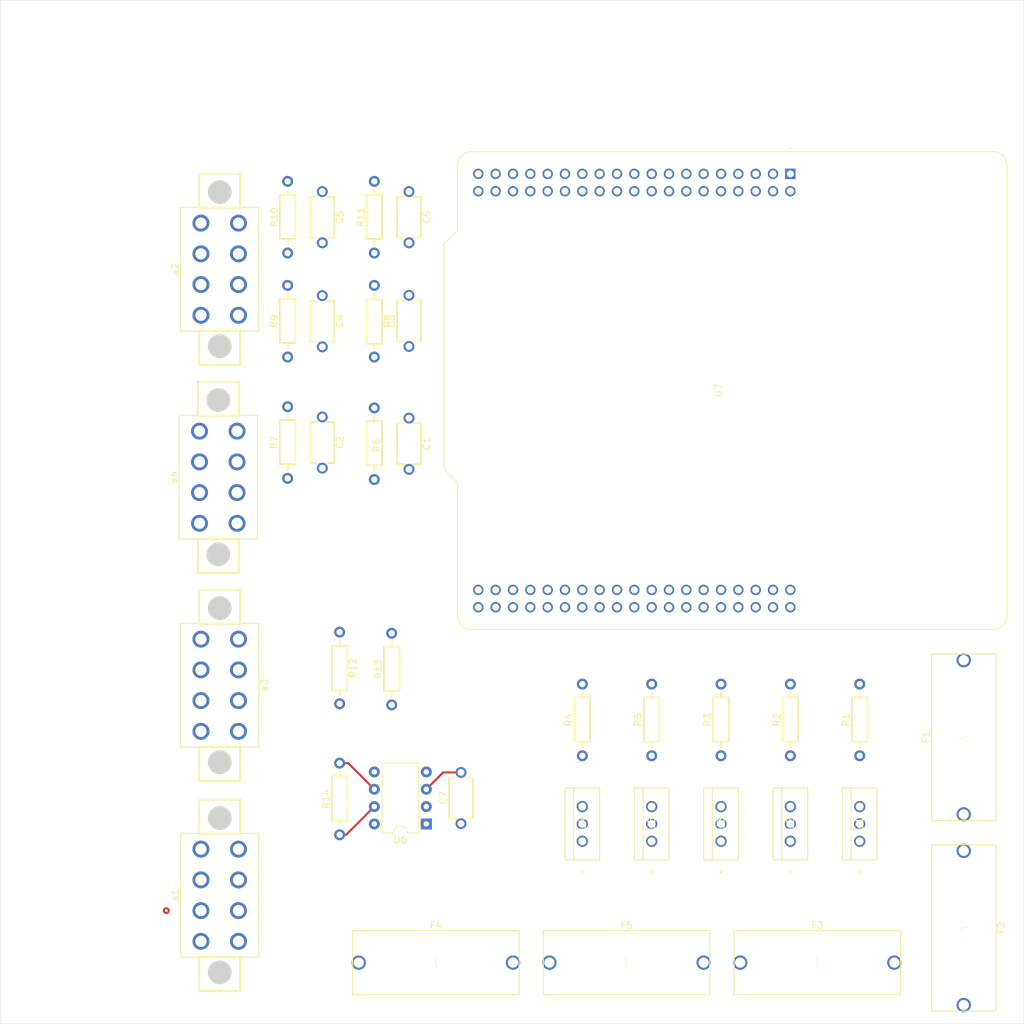
<source format=kicad_pcb>
(kicad_pcb (version 20240108) (generator "pcbnew") (generator_version "8.0")
  (layers (0 "F.Cu" signal "Front") (1 "In1.Cu" power "3V3") (2 "In2.Cu" power "GND") (31 "B.Cu" signal "Back") (34 "B.Paste" user) (35 "F.Paste" user) (36 "B.SilkS" user "B.Silkscreen") (37 "F.SilkS" user "F.Silkscreen") (38 "B.Mask" user) (39 "F.Mask" user) (44 "Edge.Cuts" user))
  (net 0 "")
  (net 1 "/BrakePedal")
  (net 2 "/GearSelector")
  (net 3 "/LSignalLightButton")
  (net 4 "/ThermalShutoff")
  (net 5 "/AccelIn")
  (net 6 "/UART_TX")
  (net 7 "/RSignalLightButton")
  (net 8 "GND")
  (net 9 "VCC")
  (net 10 "/Neutral")
  (net 11 "/HazardButton")
  (net 12 "/Reverse")
  (net 13 "/SupBattery")
  (net 14 "/Drive")
  (net 15 "/+3V3")
  (net 16 "/BrakeLightNeg")
  (net 17 "/LSignalLightNeg")
  (net 18 "/RSignalLightNeg")
  (net 19 "/DRLLeftNeg")
  (net 20 "/DRLRightNeg")
  (net 21 "Net-(U1-D)")
  (net 22 "Net-(U2-D)")
  (net 23 "Net-(U3-D)")
  (net 24 "Net-(U4-D)")
  (net 25 "Net-(U5-D)")
  (net 26 "/SupBattMonitor")
  (net 27 "/DIExtra2")
  (net 28 "/CAN_L")
  (net 29 "/CAN_H")
  (net 31 "/CAN_TX")
  (net 32 "/DIExtra1")
  (net 33 "/CAN_RX")
  (net 44 "/UART_RX")
  (net 56 "/DOExtra1")
  (net 82 "/CANTransceiver5V")
  (net 83 "/RSignalLightOut")
  (net 84 "Net-(U2-G)")
  (net 85 "/BrakeLightOut")
  (net 86 "Net-(U1-G)")
  (net 87 "/LSignalLightOut")
  (net 88 "Net-(U3-G)")
  (net 89 "/DRLRightOut")
  (net 90 "Net-(U4-G)")
  (net 91 "Net-(U5-G)")
  (net 92 "/DRLLeftOut")
  (net 99 "AccelPedal")
  (footprint "DriverControlsLib:TO220-3_ONS" (layer "F.Cu") (at 114.3 142.24 90)
    (property "Reference" "U4" (at 2.54 0 90) (layer "F.SilkS"))
    (property "Value" "~")
    (pad "1" thru_hole circle (at 0 0 90) (size 1.651 1.651) (drill 1.143) (layers "*.Cu" "*.Mask") (net 90 "Net-(U4-G)"))
    (pad "2" thru_hole circle (at 2.54 0 90) (size 1.651 1.651) (drill 1.143) (layers "*.Cu" "*.Mask") (net 24 "Net-(U4-D)"))
    (pad "3" thru_hole circle (at 5.08 0 90) (size 1.651 1.651) (drill 1.143) (layers "*.Cu" "*.Mask") (net 8 "GND"))
  )
  (footprint "DriverControlsLib:CAP-TH_L6.0-W3.5-P7.50-D1.0" (layer "F.Cu") (at 76.2 50.8 -90)
    (property "Reference" "C5" (at 0 -2.577 90) (layer "F.SilkS"))
    (property "Value" "C")
    (pad "1" thru_hole circle (at -3.75 0 270) (size 1.6 1.6) (drill 1) (layers "*.Cu" "*.Mask") (net 8 "GND"))
    (pad "2" thru_hole circle (at 3.75 0 270) (size 1.6 1.6) (drill 1) (layers "*.Cu" "*.Mask") (net 11 "/HazardButton"))
  )
  (footprint "DriverControlsLib:CAP-TH_L6.0-W3.5-P7.50-D1.0" (layer "F.Cu") (at 88.9 50.8 -90)
    (property "Reference" "C6" (at 0 -2.577 90) (layer "F.SilkS"))
    (property "Value" "C")
    (pad "1" thru_hole circle (at -3.75 0 270) (size 1.6 1.6) (drill 1) (layers "*.Cu" "*.Mask") (net 8 "GND"))
    (pad "2" thru_hole circle (at 3.75 0 270) (size 1.6 1.6) (drill 1) (layers "*.Cu" "*.Mask") (net 2 "/GearSelector"))
  )
  (footprint "DriverControlsLib:Molex 8 Pin Mini-fit TPA" (layer "F.Cu") (at 61.1695 119.38 -90)
    (property "Reference" "a3" (at 0 -6.50275 90) (layer "F.SilkS"))
    (property "Value" "~")
    (fp_poly (pts (xy -9.55 0) (xy -9.569546 -0.260824) (xy -9.627748 -0.515822) (xy -9.723304 -0.759297) (xy -9.854082 -0.98581) (xy -10.017159 -1.190302) (xy -10.208893 -1.368205) (xy -10.425 -1.515544) (xy -10.660653 -1.629029) (xy -10.910588 -1.706124) (xy -11.169222 -1.745107) (xy -11.430778 -1.745107) (xy -11.689412 -1.706124) (xy -11.939347 -1.629029) (xy -12.175 -1.515544) (xy -12.391107 -1.368205) (xy -12.582841 -1.190302) (xy -12.745918 -0.98581) (xy -12.876696 -0.759297) (xy -12.972252 -0.515822) (xy -13.030454 -0.260824) (xy -13.05 0) (xy -13.030454 0.260824) (xy -12.972252 0.515822) (xy -12.876696 0.759297) (xy -12.745918 0.98581) (xy -12.582841 1.190302) (xy -12.391107 1.368205) (xy -12.175 1.515544) (xy -11.939347 1.629029) (xy -11.689412 1.706124) (xy -11.430778 1.745107) (xy -11.169222 1.745107) (xy -10.910588 1.706124) (xy -10.660653 1.629029) (xy -10.425 1.515544) (xy -10.208893 1.368205) (xy -10.017159 1.190302) (xy -9.854082 0.98581) (xy -9.723304 0.759297) (xy -9.627748 0.515822) (xy -9.569546 0.260824)) (fill solid) (layer "Edge.Cuts"))
    (fp_poly (pts (xy 13.05 0) (xy 13.030454 -0.260824) (xy 12.972252 -0.515822) (xy 12.876696 -0.759297) (xy 12.745918 -0.98581) (xy 12.582841 -1.190302) (xy 12.391107 -1.368205) (xy 12.175 -1.515544) (xy 11.939347 -1.629029) (xy 11.689412 -1.706124) (xy 11.430778 -1.745107) (xy 11.169222 -1.745107) (xy 10.910588 -1.706124) (xy 10.660653 -1.629029) (xy 10.425 -1.515544) (xy 10.208893 -1.368205) (xy 10.017159 -1.190302) (xy 9.854082 -0.98581) (xy 9.723304 -0.759297) (xy 9.627748 -0.515822) (xy 9.569546 -0.260824) (xy 9.55 0) (xy 9.569546 0.260824) (xy 9.627748 0.515822) (xy 9.723304 0.759297) (xy 9.854082 0.98581) (xy 10.017159 1.190302) (xy 10.208893 1.368205) (xy 10.425 1.515544) (xy 10.660653 1.629029) (xy 10.910588 1.706124) (xy 11.169222 1.745107) (xy 11.430778 1.745107) (xy 11.689412 1.706124) (xy 11.939347 1.629029) (xy 12.175 1.515544) (xy 12.391107 1.368205) (xy 12.582841 1.190302) (xy 12.745918 0.98581) (xy 12.876696 0.759297) (xy 12.972252 0.515822) (xy 13.030454 0.260824)) (fill solid) (layer "Edge.Cuts"))
    (pad "1" thru_hole circle (at -6.7515 2.7495 270) (size 2.4755 2.4755) (drill 1.6505) (layers "*.Cu" "*.Mask") (net 14 "/Drive"))
    (pad "2" thru_hole circle (at -2.2505 2.7495 270) (size 2.4755 2.4755) (drill 1.6505) (layers "*.Cu" "*.Mask") (net 10 "/Neutral"))
    (pad "3" thru_hole circle (at 2.2505 2.7495 270) (size 2.4755 2.4755) (drill 1.6505) (layers "*.Cu" "*.Mask") (net 12 "/Reverse"))
    (pad "4" thru_hole circle (at 6.7515 2.7495 270) (size 2.4755 2.4755) (drill 1.6505) (layers "*.Cu" "*.Mask") (net 13 "/SupBattery"))
    (pad "5" thru_hole circle (at 6.7515 -2.7495 270) (size 2.4755 2.4755) (drill 1.6505) (layers "*.Cu" "*.Mask"))
    (pad "6" thru_hole circle (at 2.2505 -2.7495 270) (size 2.4755 2.4755) (drill 1.6505) (layers "*.Cu" "*.Mask"))
    (pad "7" thru_hole circle (at -2.2505 -2.7495 270) (size 2.4755 2.4755) (drill 1.6505) (layers "*.Cu" "*.Mask") (net 9 "VCC"))
    (pad "8" thru_hole circle (at -6.7515 -2.7495 270) (size 2.4755 2.4755) (drill 1.6505) (layers "*.Cu" "*.Mask") (net 8 "GND"))
  )
  (footprint "DriverControlsLib:Molex 8 Pin Mini-fit TPA" (layer "F.Cu") (at 61.1695 58.42 90)
    (property "Reference" "a2" (at 0 -6.50275 90) (layer "F.SilkS"))
    (property "Value" "~")
    (fp_poly (pts (xy 13.05 0) (xy 13.030454 -0.260824) (xy 12.972252 -0.515822) (xy 12.876696 -0.759297) (xy 12.745918 -0.98581) (xy 12.582841 -1.190302) (xy 12.391107 -1.368205) (xy 12.175 -1.515544) (xy 11.939347 -1.629029) (xy 11.689412 -1.706124) (xy 11.430778 -1.745107) (xy 11.169222 -1.745107) (xy 10.910588 -1.706124) (xy 10.660653 -1.629029) (xy 10.425 -1.515544) (xy 10.208893 -1.368205) (xy 10.017159 -1.190302) (xy 9.854082 -0.98581) (xy 9.723304 -0.759297) (xy 9.627748 -0.515822) (xy 9.569546 -0.260824) (xy 9.55 0) (xy 9.569546 0.260824) (xy 9.627748 0.515822) (xy 9.723304 0.759297) (xy 9.854082 0.98581) (xy 10.017159 1.190302) (xy 10.208893 1.368205) (xy 10.425 1.515544) (xy 10.660653 1.629029) (xy 10.910588 1.706124) (xy 11.169222 1.745107) (xy 11.430778 1.745107) (xy 11.689412 1.706124) (xy 11.939347 1.629029) (xy 12.175 1.515544) (xy 12.391107 1.368205) (xy 12.582841 1.190302) (xy 12.745918 0.98581) (xy 12.876696 0.759297) (xy 12.972252 0.515822) (xy 13.030454 0.260824)) (fill solid) (layer "Edge.Cuts"))
    (fp_poly (pts (xy -9.55 0) (xy -9.569546 -0.260824) (xy -9.627748 -0.515822) (xy -9.723304 -0.759297) (xy -9.854082 -0.98581) (xy -10.017159 -1.190302) (xy -10.208893 -1.368205) (xy -10.425 -1.515544) (xy -10.660653 -1.629029) (xy -10.910588 -1.706124) (xy -11.169222 -1.745107) (xy -11.430778 -1.745107) (xy -11.689412 -1.706124) (xy -11.939347 -1.629029) (xy -12.175 -1.515544) (xy -12.391107 -1.368205) (xy -12.582841 -1.190302) (xy -12.745918 -0.98581) (xy -12.876696 -0.759297) (xy -12.972252 -0.515822) (xy -13.030454 -0.260824) (xy -13.05 0) (xy -13.030454 0.260824) (xy -12.972252 0.515822) (xy -12.876696 0.759297) (xy -12.745918 0.98581) (xy -12.582841 1.190302) (xy -12.391107 1.368205) (xy -12.175 1.515544) (xy -11.939347 1.629029) (xy -11.689412 1.706124) (xy -11.430778 1.745107) (xy -11.169222 1.745107) (xy -10.910588 1.706124) (xy -10.660653 1.629029) (xy -10.425 1.515544) (xy -10.208893 1.368205) (xy -10.017159 1.190302) (xy -9.854082 0.98581) (xy -9.723304 0.759297) (xy -9.627748 0.515822) (xy -9.569546 0.260824)) (fill solid) (layer "Edge.Cuts"))
    (pad "1" thru_hole circle (at -6.7515 2.7495 90) (size 2.4755 2.4755) (drill 1.6505) (layers "*.Cu" "*.Mask") (net 7 "/RSignalLightButton"))
    (pad "2" thru_hole circle (at -2.2505 2.7495 90) (size 2.4755 2.4755) (drill 1.6505) (layers "*.Cu" "*.Mask") (net 3 "/LSignalLightButton"))
    (pad "3" thru_hole circle (at 2.2505 2.7495 90) (size 2.4755 2.4755) (drill 1.6505) (layers "*.Cu" "*.Mask") (net 99 "AccelPedal"))
    (pad "4" thru_hole circle (at 6.7515 2.7495 90) (size 2.4755 2.4755) (drill 1.6505) (layers "*.Cu" "*.Mask") (net 1 "/BrakePedal"))
    (pad "5" thru_hole circle (at 6.7515 -2.7495 90) (size 2.4755 2.4755) (drill 1.6505) (layers "*.Cu" "*.Mask") (net 2 "/GearSelector"))
    (pad "6" thru_hole circle (at 2.2505 -2.7495 90) (size 2.4755 2.4755) (drill 1.6505) (layers "*.Cu" "*.Mask") (net 11 "/HazardButton"))
    (pad "7" thru_hole circle (at -2.2505 -2.7495 90) (size 2.4755 2.4755) (drill 1.6505) (layers "*.Cu" "*.Mask"))
    (pad "8" thru_hole circle (at -6.7515 -2.7495 90) (size 2.4755 2.4755) (drill 1.6505) (layers "*.Cu" "*.Mask"))
  )
  (footprint "DriverControlsLib:CAP-TH_L6.0-W3.5-P7.50-D1.0" (layer "F.Cu") (at 88.9 83.99 -90)
    (property "Reference" "C1" (at 0 -2.577 90) (layer "F.SilkS"))
    (property "Value" "C")
    (pad "1" thru_hole circle (at -3.75 0 270) (size 1.6 1.6) (drill 1) (layers "*.Cu" "*.Mask") (net 8 "GND"))
    (pad "2" thru_hole circle (at 3.75 0 270) (size 1.6 1.6) (drill 1) (layers "*.Cu" "*.Mask") (net 7 "/RSignalLightButton"))
  )
  (footprint "DriverControlsLib:CAP-TH_L6.0-W3.5-P7.50-D1.0" (layer "F.Cu") (at 76.2 83.82 -90)
    (property "Reference" "C2" (at 0 -2.577 90) (layer "F.SilkS"))
    (property "Value" "C")
    (pad "1" thru_hole circle (at -3.75 0 270) (size 1.6 1.6) (drill 1) (layers "*.Cu" "*.Mask") (net 8 "GND"))
    (pad "2" thru_hole circle (at 3.75 0 270) (size 1.6 1.6) (drill 1) (layers "*.Cu" "*.Mask") (net 3 "/LSignalLightButton"))
  )
  (footprint "DriverControlsLib:CAP-TH_L6.0-W3.5-P7.50-D1.0" (layer "F.Cu") (at 76.2 66.04 -90)
    (property "Reference" "C4" (at 0 -2.577 90) (layer "F.SilkS"))
    (property "Value" "C")
    (pad "1" thru_hole circle (at -3.75 0 270) (size 1.6 1.6) (drill 1) (layers "*.Cu" "*.Mask") (net 8 "GND"))
    (pad "2" thru_hole circle (at 3.75 0 270) (size 1.6 1.6) (drill 1) (layers "*.Cu" "*.Mask") (net 1 "/BrakePedal"))
  )
  (footprint "DriverControlsLib:RES-TH_BD2.2-L6.5-P10.50-D0.6" (layer "F.Cu") (at 154.94 124.46 90)
    (property "Reference" "R1" (at 0 -1.97 90) (layer "F.SilkS"))
    (property "Value" "220Ω")
    (pad "1" thru_hole circle (at -5.25 0 90) (size 1.6 1.6) (drill 0.9145) (layers "*.Cu" "*.Mask") (net 86 "Net-(U1-G)"))
    (pad "2" thru_hole circle (at 5.25 0 90) (size 1.6 1.6) (drill 0.9145) (layers "*.Cu" "*.Mask") (net 85 "/BrakeLightOut"))
  )
  (footprint "DriverControlsLib:TO220-3_ONS" (layer "F.Cu") (at 144.78 142.24 90)
    (property "Reference" "U2" (at 2.54 0 90) (layer "F.SilkS"))
    (property "Value" "~")
    (pad "1" thru_hole circle (at 0 0 90) (size 1.651 1.651) (drill 1.143) (layers "*.Cu" "*.Mask") (net 84 "Net-(U2-G)"))
    (pad "2" thru_hole circle (at 2.54 0 90) (size 1.651 1.651) (drill 1.143) (layers "*.Cu" "*.Mask") (net 22 "Net-(U2-D)"))
    (pad "3" thru_hole circle (at 5.08 0 90) (size 1.651 1.651) (drill 1.143) (layers "*.Cu" "*.Mask") (net 8 "GND"))
  )
  (footprint "DriverControlsLib:RES-TH_BD2.2-L6.5-P10.50-D0.6" (layer "F.Cu") (at 71.12 83.82 90)
    (property "Reference" "R7" (at 0 -1.97 90) (layer "F.SilkS"))
    (property "Value" "10kΩ")
    (pad "1" thru_hole circle (at -5.25 0 90) (size 1.6 1.6) (drill 0.9145) (layers "*.Cu" "*.Mask") (net 3 "/LSignalLightButton"))
    (pad "2" thru_hole circle (at 5.25 0 90) (size 1.6 1.6) (drill 0.9145) (layers "*.Cu" "*.Mask") (net 15 "/+3V3"))
  )
  (footprint "DriverControlsLib:FUSE-TH_BD5.4-W22.5-P27.5-D0.8" (layer "F.Cu") (at 92.84 160.02)
    (property "Reference" "F4" (at 0 -5.47625 360) (layer "F.SilkS"))
    (property "Value" "~")
    (pad "1" thru_hole circle (at -11.3 0) (size 2.1 2.1) (drill 1.5) (layers "*.Cu" "*.Mask") (net 20 "/DRLRightNeg"))
    (pad "2" thru_hole circle (at 11.3 0 180) (size 2.1 2.1) (drill 1.5) (layers "*.Cu" "*.Mask") (net 24 "Net-(U4-D)"))
  )
  (footprint "DriverControlsLib:RES-TH_BD2.2-L6.5-P10.50-D0.6" (layer "F.Cu") (at 83.82 66.04 -90)
    (property "Reference" "R8" (at 0 -1.97 90) (layer "F.SilkS"))
    (property "Value" "10kΩ")
    (pad "1" thru_hole circle (at -5.25 0 270) (size 1.6 1.6) (drill 0.9145) (layers "*.Cu" "*.Mask") (net 5 "/AccelIn"))
    (pad "2" thru_hole circle (at 5.25 0 270) (size 1.6 1.6) (drill 0.9145) (layers "*.Cu" "*.Mask") (net 15 "/+3V3"))
  )
  (footprint "DriverControlsLib:FUSE-TH_BD5.4-W22.5-P27.5-D0.8" (layer "F.Cu") (at 170.18 127 90)
    (property "Reference" "F1" (at 0 -5.47625 90) (layer "F.SilkS"))
    (property "Value" "~")
    (pad "1" thru_hole circle (at -11.3 0 90) (size 2.1 2.1) (drill 1.5) (layers "*.Cu" "*.Mask") (net 16 "/BrakeLightNeg"))
    (pad "2" thru_hole circle (at 11.3 0 270) (size 2.1 2.1) (drill 1.5) (layers "*.Cu" "*.Mask") (net 21 "Net-(U1-D)"))
  )
  (footprint "DriverControlsLib:RES-TH_BD2.2-L6.5-P10.50-D0.6" (layer "F.Cu") (at 78.74 136.04 90)
    (property "Reference" "R14" (at 0 -1.97 90) (layer "F.SilkS"))
    (property "Value" "120Ω")
    (pad "1" thru_hole circle (at -5.25 0 90) (size 1.6 1.6) (drill 0.9145) (layers "*.Cu" "*.Mask") (net 29 "/CAN_H"))
    (pad "2" thru_hole circle (at 5.25 0 90) (size 1.6 1.6) (drill 0.9145) (layers "*.Cu" "*.Mask") (net 28 "/CAN_L"))
  )
  (footprint "DriverControlsLib:RES-TH_BD2.2-L6.5-P10.50-D0.6" (layer "F.Cu") (at 71.12 66.04 90)
    (property "Reference" "R9" (at 0 -1.97 90) (layer "F.SilkS"))
    (property "Value" "10kΩ")
    (pad "1" thru_hole circle (at -5.25 0 90) (size 1.6 1.6) (drill 0.9145) (layers "*.Cu" "*.Mask") (net 1 "/BrakePedal"))
    (pad "2" thru_hole circle (at 5.25 0 90) (size 1.6 1.6) (drill 0.9145) (layers "*.Cu" "*.Mask") (net 15 "/+3V3"))
  )
  (footprint "DriverControlsLib:Molex 8 Pin Mini-fit TPA" (layer "F.Cu") (at 60.96 88.9 90)
    (property "Reference" "a4" (at 0 -6.50275 90) (layer "F.SilkS"))
    (property "Value" "~")
    (fp_poly (pts (xy 13.05 0) (xy 13.030454 -0.260824) (xy 12.972252 -0.515822) (xy 12.876696 -0.759297) (xy 12.745918 -0.98581) (xy 12.582841 -1.190302) (xy 12.391107 -1.368205) (xy 12.175 -1.515544) (xy 11.939347 -1.629029) (xy 11.689412 -1.706124) (xy 11.430778 -1.745107) (xy 11.169222 -1.745107) (xy 10.910588 -1.706124) (xy 10.660653 -1.629029) (xy 10.425 -1.515544) (xy 10.208893 -1.368205) (xy 10.017159 -1.190302) (xy 9.854082 -0.98581) (xy 9.723304 -0.759297) (xy 9.627748 -0.515822) (xy 9.569546 -0.260824) (xy 9.55 0) (xy 9.569546 0.260824) (xy 9.627748 0.515822) (xy 9.723304 0.759297) (xy 9.854082 0.98581) (xy 10.017159 1.190302) (xy 10.208893 1.368205) (xy 10.425 1.515544) (xy 10.660653 1.629029) (xy 10.910588 1.706124) (xy 11.169222 1.745107) (xy 11.430778 1.745107) (xy 11.689412 1.706124) (xy 11.939347 1.629029) (xy 12.175 1.515544) (xy 12.391107 1.368205) (xy 12.582841 1.190302) (xy 12.745918 0.98581) (xy 12.876696 0.759297) (xy 12.972252 0.515822) (xy 13.030454 0.260824)) (fill solid) (layer "Edge.Cuts"))
    (fp_poly (pts (xy -9.55 0) (xy -9.569546 -0.260824) (xy -9.627748 -0.515822) (xy -9.723304 -0.759297) (xy -9.854082 -0.98581) (xy -10.017159 -1.190302) (xy -10.208893 -1.368205) (xy -10.425 -1.515544) (xy -10.660653 -1.629029) (xy -10.910588 -1.706124) (xy -11.169222 -1.745107) (xy -11.430778 -1.745107) (xy -11.689412 -1.706124) (xy -11.939347 -1.629029) (xy -12.175 -1.515544) (xy -12.391107 -1.368205) (xy -12.582841 -1.190302) (xy -12.745918 -0.98581) (xy -12.876696 -0.759297) (xy -12.972252 -0.515822) (xy -13.030454 -0.260824) (xy -13.05 0) (xy -13.030454 0.260824) (xy -12.972252 0.515822) (xy -12.876696 0.759297) (xy -12.745918 0.98581) (xy -12.582841 1.190302) (xy -12.391107 1.368205) (xy -12.175 1.515544) (xy -11.939347 1.629029) (xy -11.689412 1.706124) (xy -11.430778 1.745107) (xy -11.169222 1.745107) (xy -10.910588 1.706124) (xy -10.660653 1.629029) (xy -10.425 1.515544) (xy -10.208893 1.368205) (xy -10.017159 1.190302) (xy -9.854082 0.98581) (xy -9.723304 0.759297) (xy -9.627748 0.515822) (xy -9.569546 0.260824)) (fill solid) (layer "Edge.Cuts"))
    (pad "1" thru_hole circle (at -6.7515 2.7495 90) (size 2.4755 2.4755) (drill 1.6505) (layers "*.Cu" "*.Mask") (net 32 "/DIExtra1"))
    (pad "2" thru_hole circle (at -2.2505 2.7495 90) (size 2.4755 2.4755) (drill 1.6505) (layers "*.Cu" "*.Mask") (net 27 "/DIExtra2"))
    (pad "3" thru_hole circle (at 2.2505 2.7495 90) (size 2.4755 2.4755) (drill 1.6505) (layers "*.Cu" "*.Mask") (net 56 "/DOExtra1"))
    (pad "4" thru_hole circle (at 6.7515 2.7495 90) (size 2.4755 2.4755) (drill 1.6505) (layers "*.Cu" "*.Mask") (net 4 "/ThermalShutoff"))
    (pad "5" thru_hole circle (at 6.7515 -2.7495 90) (size 2.4755 2.4755) (drill 1.6505) (layers "*.Cu" "*.Mask") (net 6 "/UART_TX"))
    (pad "6" thru_hole circle (at 2.2505 -2.7495 90) (size 2.4755 2.4755) (drill 1.6505) (layers "*.Cu" "*.Mask") (net 44 "/UART_RX"))
    (pad "7" thru_hole circle (at -2.2505 -2.7495 90) (size 2.4755 2.4755) (drill 1.6505) (layers "*.Cu" "*.Mask"))
    (pad "8" thru_hole circle (at -6.7515 -2.7495 90) (size 2.4755 2.4755) (drill 1.6505) (layers "*.Cu" "*.Mask"))
  )
  (footprint "DriverControlsLib:FUSE-TH_BD5.4-W22.5-P27.5-D0.8" (layer "F.Cu") (at 120.78 160.02)
    (property "Reference" "F5" (at 0 -5.47625 0) (layer "F.SilkS"))
    (property "Value" "~")
    (pad "1" thru_hole circle (at -11.3 0) (size 2.1 2.1) (drill 1.5) (layers "*.Cu" "*.Mask") (net 19 "/DRLLeftNeg"))
    (pad "2" thru_hole circle (at 11.3 0 180) (size 2.1 2.1) (drill 1.5) (layers "*.Cu" "*.Mask") (net 25 "Net-(U5-D)"))
  )
  (footprint "DriverControlsLib:TO220-3_ONS" (layer "F.Cu") (at 134.62 142.24 90)
    (property "Reference" "U3" (at 2.54 0 90) (layer "F.SilkS"))
    (property "Value" "~")
    (pad "1" thru_hole circle (at 0 0 90) (size 1.651 1.651) (drill 1.143) (layers "*.Cu" "*.Mask") (net 88 "Net-(U3-G)"))
    (pad "2" thru_hole circle (at 2.54 0 90) (size 1.651 1.651) (drill 1.143) (layers "*.Cu" "*.Mask") (net 23 "Net-(U3-D)"))
    (pad "3" thru_hole circle (at 5.08 0 90) (size 1.651 1.651) (drill 1.143) (layers "*.Cu" "*.Mask") (net 8 "GND"))
  )
  (footprint "DriverControlsLib:CAP-TH_L6.0-W3.5-P7.50-D1.0" (layer "F.Cu") (at 88.9 65.9905 90)
    (property "Reference" "C3" (at 0 -2.577 90) (layer "F.SilkS"))
    (property "Value" "C")
    (pad "1" thru_hole circle (at -3.75 0 90) (size 1.6 1.6) (drill 1) (layers "*.Cu" "*.Mask") (net 8 "GND"))
    (pad "2" thru_hole circle (at 3.75 0 90) (size 1.6 1.6) (drill 1) (layers "*.Cu" "*.Mask") (net 5 "/AccelIn"))
  )
  (footprint "DriverControlsLib:RES-TH_BD2.2-L6.5-P10.50-D0.6" (layer "F.Cu") (at 83.82 50.8 90)
    (property "Reference" "R11" (at 0 -1.97 90) (layer "F.SilkS"))
    (property "Value" "10kΩ")
    (pad "1" thru_hole circle (at -5.25 0 90) (size 1.6 1.6) (drill 0.9145) (layers "*.Cu" "*.Mask") (net 2 "/GearSelector"))
    (pad "2" thru_hole circle (at 5.25 0 90) (size 1.6 1.6) (drill 0.9145) (layers "*.Cu" "*.Mask") (net 15 "/+3V3"))
  )
  (footprint "DriverControlsLib:TO220-3_ONS" (layer "F.Cu") (at 154.94 142.24 90)
    (property "Reference" "U1" (at 2.54 0 90) (layer "F.SilkS"))
    (property "Value" "~")
    (pad "1" thru_hole circle (at 0 0 90) (size 1.651 1.651) (drill 1.143) (layers "*.Cu" "*.Mask") (net 86 "Net-(U1-G)"))
    (pad "2" thru_hole circle (at 2.54 0 90) (size 1.651 1.651) (drill 1.143) (layers "*.Cu" "*.Mask") (net 21 "Net-(U1-D)"))
    (pad "3" thru_hole circle (at 5.08 0 90) (size 1.651 1.651) (drill 1.143) (layers "*.Cu" "*.Mask") (net 8 "GND"))
  )
  (footprint "DriverControlsLib:RES-TH_BD2.2-L6.5-P10.50-D0.6" (layer "F.Cu") (at 83.82 83.99 90)
    (property "Reference" "R6" (at -0.23 0.31 90) (layer "F.SilkS"))
    (property "Value" "10kΩ")
    (pad "1" thru_hole circle (at -5.25 0 90) (size 1.6 1.6) (drill 0.9145) (layers "*.Cu" "*.Mask") (net 7 "/RSignalLightButton"))
    (pad "2" thru_hole circle (at 5.25 0 90) (size 1.6 1.6) (drill 0.9145) (layers "*.Cu" "*.Mask") (net 15 "/+3V3"))
  )
  (footprint "DriverControlsLib:RES-TH_BD2.2-L6.5-P10.50-D0.6" (layer "F.Cu") (at 78.74 116.84 -90)
    (property "Reference" "R12" (at 0 -1.97 90) (layer "F.SilkS"))
    (property "Value" "12kΩ")
    (pad "1" thru_hole circle (at -5.25 0 270) (size 1.6 1.6) (drill 0.9145) (layers "*.Cu" "*.Mask") (net 13 "/SupBattery"))
    (pad "2" thru_hole circle (at 5.25 0 270) (size 1.6 1.6) (drill 0.9145) (layers "*.Cu" "*.Mask") (net 26 "/SupBattMonitor"))
  )
  (footprint "DriverControlsLib:CAP-TH_L6.0-W3.5-P7.50-D1.0" (layer "F.Cu") (at 96.52 135.9 90)
    (property "Reference" "C7" (at 0 -2.577 90) (layer "F.SilkS"))
    (property "Value" "C")
    (pad "1" thru_hole circle (at -3.75 0 90) (size 1.6 1.6) (drill 1) (layers "*.Cu" "*.Mask") (net 8 "GND"))
    (pad "2" thru_hole circle (at 3.75 0 90) (size 1.6 1.6) (drill 1) (layers "*.Cu" "*.Mask") (net 82 "/CANTransceiver5V"))
  )
  (footprint "DriverControlsLib:MODULE_NUCLEO-F302R8" (layer "F.Cu") (at 135.27 76.2 -90)
    (property "Reference" "U7" (at 0 1 90) (layer "F.SilkS"))
    (property "Value" "NUCLEO-F302R8")
    (pad "" np_thru_hole circle (at -24.13 -13.32 270) (size 3.2 3.2) (drill 3.2) (layers "*.Cu" "*.Mask"))
    (pad "" np_thru_hole circle (at 8.89 38.75 270) (size 3.2 3.2) (drill 3.2) (layers "*.Cu" "*.Mask"))
    (pad "" np_thru_hole circle (at 24.13 -12.05 270) (size 3.2 3.2) (drill 3.2) (layers "*.Cu" "*.Mask"))
    (pad "CN7_1" thru_hole rect (at -31.75 -9.51 270) (size 1.524 1.524) (drill 1.016) (layers "*.Cu" "*.Mask") (net 87 "/LSignalLightOut"))
    (pad "CN7_2" thru_hole circle (at -29.21 -9.51 270) (size 1.524 1.524) (drill 1.016) (layers "*.Cu" "*.Mask") (net 83 "/RSignalLightOut"))
    (pad "CN7_3" thru_hole circle (at -31.75 -6.97 270) (size 1.524 1.524) (drill 1.016) (layers "*.Cu" "*.Mask") (net 85 "/BrakeLightOut"))
    (pad "CN7_4" thru_hole circle (at -29.21 -6.97 270) (size 1.524 1.524) (drill 1.016) (layers "*.Cu" "*.Mask") (net 92 "/DRLLeftOut"))
    (pad "CN7_5" thru_hole circle (at -31.75 -4.43 270) (size 1.524 1.524) (drill 1.016) (layers "*.Cu" "*.Mask"))
    (pad "CN7_6" thru_hole circle (at -29.21 -4.43 270) (size 1.524 1.524) (drill 1.016) (layers "*.Cu" "*.Mask"))
    (pad "CN7_7" thru_hole circle (at -31.75 -1.89 270) (size 1.524 1.524) (drill 1.016) (layers "*.Cu" "*.Mask"))
    (pad "CN7_8" thru_hole circle (at -29.21 -1.89 270) (size 1.524 1.524) (drill 1.016) (layers "*.Cu" "*.Mask") (net 8 "GND"))
    (pad "CN7_9" thru_hole circle (at -31.75 0.65 270) (size 1.524 1.524) (drill 1.016) (layers "*.Cu" "*.Mask"))
    (pad "CN7_10" thru_hole circle (at -29.21 0.65 270) (size 1.524 1.524) (drill 1.016) (layers "*.Cu" "*.Mask"))
    (pad "CN7_11" thru_hole circle (at -31.75 3.19 270) (size 1.524 1.524) (drill 1.016) (layers "*.Cu" "*.Mask"))
    (pad "CN7_12" thru_hole circle (at -29.21 3.19 270) (size 1.524 1.524) (drill 1.016) (layers "*.Cu" "*.Mask"))
    (pad "CN7_13" thru_hole circle (at -31.75 5.73 270) (size 1.524 1.524) (drill 1.016) (layers "*.Cu" "*.Mask"))
    (pad "CN7_14" thru_hole circle (at -29.21 5.73 270) (size 1.524 1.524) (drill 1.016) (layers "*.Cu" "*.Mask"))
    (pad "CN7_15" thru_hole circle (at -31.75 8.27 270) (size 1.524 1.524) (drill 1.016) (layers "*.Cu" "*.Mask"))
    (pad "CN7_16" thru_hole circle (at -29.21 8.27 270) (size 1.524 1.524) (drill 1.016) (layers "*.Cu" "*.Mask") (net 15 "/+3V3"))
    (pad "CN7_17" thru_hole circle (at -31.75 10.81 270) (size 1.524 1.524) (drill 1.016) (layers "*.Cu" "*.Mask") (net 4 "/ThermalShutoff"))
    (pad "CN7_18" thru_hole circle (at -29.21 10.81 270) (size 1.524 1.524) (drill 1.016) (layers "*.Cu" "*.Mask") (net 82 "/CANTransceiver5V"))
    (pad "CN7_19" thru_hole circle (at -31.75 13.35 270) (size 1.524 1.524) (drill 1.016) (layers "*.Cu" "*.Mask") (net 8 "GND"))
    (pad "CN7_20" thru_hole circle (at -29.21 13.35 270) (size 1.524 1.524) (drill 1.016) (layers "*.Cu" "*.Mask") (net 8 "GND"))
    (pad "CN7_21" thru_hole circle (at -31.75 15.89 270) (size 1.524 1.524) (drill 1.016) (layers "*.Cu" "*.Mask"))
    (pad "CN7_22" thru_hole circle (at -29.21 15.89 270) (size 1.524 1.524) (drill 1.016) (layers "*.Cu" "*.Mask") (net 8 "GND"))
    (pad "CN7_23" thru_hole circle (at -31.75 18.43 270) (size 1.524 1.524) (drill 1.016) (layers "*.Cu" "*.Mask"))
    (pad "CN7_24" thru_hole circle (at -29.21 18.43 270) (size 1.524 1.524) (drill 1.016) (layers "*.Cu" "*.Mask") (net 9 "VCC"))
    (pad "CN7_25" thru_hole circle (at -31.75 20.97 270) (size 1.524 1.524) (drill 1.016) (layers "*.Cu" "*.Mask"))
    (pad "CN7_26" thru_hole circle (at -29.21 20.97 270) (size 1.524 1.524) (drill 1.016) (layers "*.Cu" "*.Mask"))
    (pad "CN7_27" thru_hole circle (at -31.75 23.51 270) (size 1.524 1.524) (drill 1.016) (layers "*.Cu" "*.Mask"))
    (pad "CN7_28" thru_hole circle (at -29.21 23.51 270) (size 1.524 1.524) (drill 1.016) (layers "*.Cu" "*.Mask"))
    (pad "CN7_29" thru_hole circle (at -31.75 26.05 270) (size 1.524 1.524) (drill 1.016) (layers "*.Cu" "*.Mask"))
    (pad "CN7_30" thru_hole circle (at -29.21 26.05 270) (size 1.524 1.524) (drill 1.016) (layers "*.Cu" "*.Mask"))
    (pad "CN7_31" thru_hole circle (at -31.75 28.59 270) (size 1.524 1.524) (drill 1.016) (layers "*.Cu" "*.Mask"))
    (pad "CN7_32" thru_hole circle (at -29.21 28.59 270) (size 1.524 1.524) (drill 1.016) (layers "*.Cu" "*.Mask") (net 5 "/AccelIn"))
    (pad "CN7_33" thru_hole circle (at -31.75 31.13 270) (size 1.524 1.524) (drill 1.016) (layers "*.Cu" "*.Mask"))
    (pad "CN7_34" thru_hole circle (at -29.21 31.13 270) (size 1.524 1.524) (drill 1.016) (layers "*.Cu" "*.Mask"))
    (pad "CN7_35" thru_hole circle (at -31.75 33.67 270) (size 1.524 1.524) (drill 1.016) (layers "*.Cu" "*.Mask"))
    (pad "CN7_36" thru_hole circle (at -29.21 33.67 270) (size 1.524 1.524) (drill 1.016) (layers "*.Cu" "*.Mask"))
    (pad "CN7_37" thru_hole circle (at -31.75 36.21 270) (size 1.524 1.524) (drill 1.016) (layers "*.Cu" "*.Mask"))
    (pad "CN7_38" thru_hole circle (at -29.21 36.21 270) (size 1.524 1.524) (drill 1.016) (layers "*.Cu" "*.Mask") (net 26 "/SupBattMonitor"))
    (pad "CN10_1" thru_hole circle (at 29.21 -9.51 270) (size 1.524 1.524) (drill 1.016) (layers "*.Cu" "*.Mask") (net 7 "/RSignalLightButton"))
    (pad "CN10_2" thru_hole circle (at 31.75 -9.51 270) (size 1.524 1.524) (drill 1.016) (layers "*.Cu" "*.Mask") (net 3 "/LSignalLightButton"))
    (pad "CN10_3" thru_hole circle (at 29.21 -6.97 270) (size 1.524 1.524) (drill 1.016) (layers "*.Cu" "*.Mask"))
    (pad "CN10_4" thru_hole circle (at 31.75 -6.97 270) (size 1.524 1.524) (drill 1.016) (layers "*.Cu" "*.Mask") (net 12 "/Reverse"))
    (pad "CN10_5" thru_hole circle (at 29.21 -4.43 270) (size 1.524 1.524) (drill 1.016) (layers "*.Cu" "*.Mask"))
    (pad "CN10_6" thru_hole circle (at 31.75 -4.43 270) (size 1.524 1.524) (drill 1.016) (layers "*.Cu" "*.Mask"))
    (pad "CN10_7" thru_hole circle (at 29.21 -1.89 270) (size 1.524 1.524) (drill 1.016) (layers "*.Cu" "*.Mask"))
    (pad "CN10_8" thru_hole circle (at 31.75 -1.89 270) (size 1.524 1.524) (drill 1.016) (layers "*.Cu" "*.Mask"))
    (pad "CN10_9" thru_hole circle (at 29.21 0.65 270) (size 1.524 1.524) (drill 1.016) (layers "*.Cu" "*.Mask") (net 8 "GND"))
    (pad "CN10_10" thru_hole circle (at 31.75 0.65 270) (size 1.524 1.524) (drill 1.016) (layers "*.Cu" "*.Mask"))
    (pad "CN10_11" thru_hole circle (at 29.21 3.19 270) (size 1.524 1.524) (drill 1.016) (layers "*.Cu" "*.Mask"))
    (pad "CN10_12" thru_hole circle (at 31.75 3.19 270) (size 1.524 1.524) (drill 1.016) (layers "*.Cu" "*.Mask") (net 31 "/CAN_TX"))
    (pad "CN10_13" thru_hole circle (at 29.21 5.73 270) (size 1.524 1.524) (drill 1.016) (layers "*.Cu" "*.Mask"))
    (pad "CN10_14" thru_hole circle (at 31.75 5.73 270) (size 1.524 1.524) (drill 1.016) (layers "*.Cu" "*.Mask") (net 33 "/CAN_RX"))
    (pad "CN10_15" thru_hole circle (at 29.21 8.27 270) (size 1.524 1.524) (drill 1.016) (layers "*.Cu" "*.Mask") (net 10 "/Neutral"))
    (pad "CN10_16" thru_hole circle (at 31.75 8.27 270) (size 1.524 1.524) (drill 1.016) (layers "*.Cu" "*.Mask"))
    (pad "CN10_17" thru_hole circle (at 29.21 10.81 270) (size 1.524 1.524) (drill 1.016) (layers "*.Cu" "*.Mask"))
    (pad "CN10_18" thru_hole circle (at 31.75 10.81 270) (size 1.524 1.524) (drill 1.016) (layers "*.Cu" "*.Mask"))
    (pad "CN10_19" thru_hole circle (at 29.21 13.35 270) (size 1.524 1.524) (drill 1.016) (layers "*.Cu" "*.Mask") (net 14 "/Drive"))
    (pad "CN10_20" thru_hole circle (at 31.75 13.35 270) (size 1.524 1.524) (drill 1.016) (layers "*.Cu" "*.Mask"))
    (pad "CN10_21" thru_hole circle (at 29.21 15.89 270) (size 1.524 1.524) (drill 1.016) (layers "*.Cu" "*.Mask") (net 1 "/BrakePedal"))
    (pad "CN10_22" thru_hole circle (at 31.75 15.89 270) (size 1.524 1.524) (drill 1.016) (layers "*.Cu" "*.Mask") (net 27 "/DIExtra2"))
    (pad "CN10_23" thru_hole circle (at 29.21 18.43 270) (size 1.524 1.524) (drill 1.016) (layers "*.Cu" "*.Mask") (net 11 "/HazardButton"))
    (pad "CN10_24" thru_hole circle (at 31.75 18.43 270) (size 1.524 1.524) (drill 1.016) (layers "*.Cu" "*.Mask"))
    (pad "CN10_25" thru_hole circle (at 29.21 20.97 270) (size 1.524 1.524) (drill 1.016) (layers "*.Cu" "*.Mask") (net 32 "/DIExtra1"))
    (pad "CN10_26" thru_hole circle (at 31.75 20.97 270) (size 1.524 1.524) (drill 1.016) (layers "*.Cu" "*.Mask"))
    (pad "CN10_27" thru_hole circle (at 29.21 23.51 270) (size 1.524 1.524) (drill 1.016) (layers "*.Cu" "*.Mask") (net 89 "/DRLRightOut"))
    (pad "CN10_28" thru_hole circle (at 31.75 23.51 270) (size 1.524 1.524) (drill 1.016) (layers "*.Cu" "*.Mask"))
    (pad "CN10_29" thru_hole circle (at 29.21 26.05 270) (size 1.524 1.524) (drill 1.016) (layers "*.Cu" "*.Mask") (net 56 "/DOExtra1"))
    (pad "CN10_30" thru_hole circle (at 31.75 26.05 270) (size 1.524 1.524) (drill 1.016) (layers "*.Cu" "*.Mask"))
    (pad "CN10_31" thru_hole circle (at 29.21 28.59 270) (size 1.524 1.524) (drill 1.016) (layers "*.Cu" "*.Mask"))
    (pad "CN10_32" thru_hole circle (at 31.75 28.59 270) (size 1.524 1.524) (drill 1.016) (layers "*.Cu" "*.Mask"))
    (pad "CN10_33" thru_hole circle (at 29.21 31.13 270) (size 1.524 1.524) (drill 1.016) (layers "*.Cu" "*.Mask"))
    (pad "CN10_34" thru_hole circle (at 31.75 31.13 270) (size 1.524 1.524) (drill 1.016) (layers "*.Cu" "*.Mask"))
    (pad "CN10_35" thru_hole circle (at 29.21 33.67 270) (size 1.524 1.524) (drill 1.016) (layers "*.Cu" "*.Mask") (net 6 "/UART_TX"))
    (pad "CN10_36" thru_hole circle (at 31.75 33.67 270) (size 1.524 1.524) (drill 1.016) (layers "*.Cu" "*.Mask"))
    (pad "CN10_37" thru_hole circle (at 29.21 36.21 270) (size 1.524 1.524) (drill 1.016) (layers "*.Cu" "*.Mask") (net 44 "/UART_RX"))
    (pad "CN10_38" thru_hole circle (at 31.75 36.21 270) (size 1.524 1.524) (drill 1.016) (layers "*.Cu" "*.Mask"))
  )
  (footprint "DriverControlsLib:RES-TH_BD2.2-L6.5-P10.50-D0.6" (layer "F.Cu") (at 144.78 124.46 90)
    (property "Reference" "R2" (at 0 -1.97 90) (layer "F.SilkS"))
    (property "Value" "220Ω")
    (pad "1" thru_hole circle (at -5.25 0 90) (size 1.6 1.6) (drill 0.9145) (layers "*.Cu" "*.Mask") (net 84 "Net-(U2-G)"))
    (pad "2" thru_hole circle (at 5.25 0 90) (size 1.6 1.6) (drill 0.9145) (layers "*.Cu" "*.Mask") (net 83 "/RSignalLightOut"))
  )
  (footprint "DriverControlsLib:RES-TH_BD2.2-L6.5-P10.50-D0.6" (layer "F.Cu") (at 86.36 117.01 90)
    (property "Reference" "R13" (at 0 -1.97 90) (layer "F.SilkS"))
    (property "Value" "3.3kΩ")
    (pad "1" thru_hole circle (at -5.25 0 90) (size 1.6 1.6) (drill 0.9145) (layers "*.Cu" "*.Mask") (net 26 "/SupBattMonitor"))
    (pad "2" thru_hole circle (at 5.25 0 90) (size 1.6 1.6) (drill 0.9145) (layers "*.Cu" "*.Mask") (net 8 "GND"))
  )
  (footprint "DriverControlsLib:Molex 8 Pin Mini-fit TPA" (layer "F.Cu") (at 61.1695 150.1495 90)
    (property "Reference" "a1" (at 0 -6.50275 90) (layer "F.SilkS"))
    (property "Value" "~")
    (fp_poly (pts (xy 13.05 0) (xy 13.030454 -0.260824) (xy 12.972252 -0.515822) (xy 12.876696 -0.759297) (xy 12.745918 -0.98581) (xy 12.582841 -1.190302) (xy 12.391107 -1.368205) (xy 12.175 -1.515544) (xy 11.939347 -1.629029) (xy 11.689412 -1.706124) (xy 11.430778 -1.745107) (xy 11.169222 -1.745107) (xy 10.910588 -1.706124) (xy 10.660653 -1.629029) (xy 10.425 -1.515544) (xy 10.208893 -1.368205) (xy 10.017159 -1.190302) (xy 9.854082 -0.98581) (xy 9.723304 -0.759297) (xy 9.627748 -0.515822) (xy 9.569546 -0.260824) (xy 9.55 0) (xy 9.569546 0.260824) (xy 9.627748 0.515822) (xy 9.723304 0.759297) (xy 9.854082 0.98581) (xy 10.017159 1.190302) (xy 10.208893 1.368205) (xy 10.425 1.515544) (xy 10.660653 1.629029) (xy 10.910588 1.706124) (xy 11.169222 1.745107) (xy 11.430778 1.745107) (xy 11.689412 1.706124) (xy 11.939347 1.629029) (xy 12.175 1.515544) (xy 12.391107 1.368205) (xy 12.582841 1.190302) (xy 12.745918 0.98581) (xy 12.876696 0.759297) (xy 12.972252 0.515822) (xy 13.030454 0.260824)) (fill solid) (layer "Edge.Cuts"))
    (fp_poly (pts (xy -9.55 0) (xy -9.569546 -0.260824) (xy -9.627748 -0.515822) (xy -9.723304 -0.759297) (xy -9.854082 -0.98581) (xy -10.017159 -1.190302) (xy -10.208893 -1.368205) (xy -10.425 -1.515544) (xy -10.660653 -1.629029) (xy -10.910588 -1.706124) (xy -11.169222 -1.745107) (xy -11.430778 -1.745107) (xy -11.689412 -1.706124) (xy -11.939347 -1.629029) (xy -12.175 -1.515544) (xy -12.391107 -1.368205) (xy -12.582841 -1.190302) (xy -12.745918 -0.98581) (xy -12.876696 -0.759297) (xy -12.972252 -0.515822) (xy -13.030454 -0.260824) (xy -13.05 0) (xy -13.030454 0.260824) (xy -12.972252 0.515822) (xy -12.876696 0.759297) (xy -12.745918 0.98581) (xy -12.582841 1.190302) (xy -12.391107 1.368205) (xy -12.175 1.515544) (xy -11.939347 1.629029) (xy -11.689412 1.706124) (xy -11.430778 1.745107) (xy -11.169222 1.745107) (xy -10.910588 1.706124) (xy -10.660653 1.629029) (xy -10.425 1.515544) (xy -10.208893 1.368205) (xy -10.017159 1.190302) (xy -9.854082 0.98581) (xy -9.723304 0.759297) (xy -9.627748 0.515822) (xy -9.569546 0.260824)) (fill solid) (layer "Edge.Cuts"))
    (pad "1" thru_hole circle (at -6.7515 2.7495 90) (size 2.4755 2.4755) (drill 1.6505) (layers "*.Cu" "*.Mask") (net 16 "/BrakeLightNeg"))
    (pad "2" thru_hole circle (at -2.2505 2.7495 90) (size 2.4755 2.4755) (drill 1.6505) (layers "*.Cu" "*.Mask") (net 18 "/RSignalLightNeg"))
    (pad "3" thru_hole circle (at 2.2505 2.7495 90) (size 2.4755 2.4755) (drill 1.6505) (layers "*.Cu" "*.Mask") (net 17 "/LSignalLightNeg"))
    (pad "4" thru_hole circle (at 6.7515 2.7495 90) (size 2.4755 2.4755) (drill 1.6505) (layers "*.Cu" "*.Mask") (net 20 "/DRLRightNeg"))
    (pad "5" thru_hole circle (at 6.7515 -2.7495 90) (size 2.4755 2.4755) (drill 1.6505) (layers "*.Cu" "*.Mask") (net 19 "/DRLLeftNeg"))
    (pad "6" thru_hole circle (at 2.2505 -2.7495 90) (size 2.4755 2.4755) (drill 1.6505) (layers "*.Cu" "*.Mask") (net 8 "GND"))
    (pad "7" thru_hole circle (at -2.2505 -2.7495 90) (size 2.4755 2.4755) (drill 1.6505) (layers "*.Cu" "*.Mask") (net 8 "GND"))
    (pad "8" thru_hole circle (at -6.7515 -2.7495 90) (size 2.4755 2.4755) (drill 1.6505) (layers "*.Cu" "*.Mask") (net 8 "GND"))
  )
  (footprint "Package_DIP:DIP-8_W7.62mm" (layer "F.Cu") (at 91.44 139.7 180)
    (property "Reference" "U6" (at 3.81 -2.33 0) (layer "F.SilkS"))
    (property "Value" "MCP2551-I-P")
    (pad "1" thru_hole rect (at 0 0 180) (size 1.6 1.6) (drill 0.8) (layers "*.Cu" "*.Mask") (net 31 "/CAN_TX"))
    (pad "2" thru_hole oval (at 0 2.54 180) (size 1.6 1.6) (drill 0.8) (layers "*.Cu" "*.Mask") (net 8 "GND"))
    (pad "3" thru_hole oval (at 0 5.08 180) (size 1.6 1.6) (drill 0.8) (layers "*.Cu" "*.Mask") (net 82 "/CANTransceiver5V"))
    (pad "4" thru_hole oval (at 0 7.62 180) (size 1.6 1.6) (drill 0.8) (layers "*.Cu" "*.Mask") (net 33 "/CAN_RX"))
    (pad "5" thru_hole oval (at 7.62 7.62 180) (size 1.6 1.6) (drill 0.8) (layers "*.Cu" "*.Mask"))
    (pad "6" thru_hole oval (at 7.62 5.08 180) (size 1.6 1.6) (drill 0.8) (layers "*.Cu" "*.Mask") (net 28 "/CAN_L"))
    (pad "7" thru_hole oval (at 7.62 2.54 180) (size 1.6 1.6) (drill 0.8) (layers "*.Cu" "*.Mask") (net 29 "/CAN_H"))
    (pad "8" thru_hole oval (at 7.62 0 180) (size 1.6 1.6) (drill 0.8) (layers "*.Cu" "*.Mask") (net 8 "GND"))
  )
  (footprint "DriverControlsLib:RES-TH_BD2.2-L6.5-P10.50-D0.6" (layer "F.Cu") (at 124.46 124.46 90)
    (property "Reference" "R5" (at 0 -1.97 90) (layer "F.SilkS"))
    (property "Value" "220Ω")
    (pad "1" thru_hole circle (at -5.25 0 90) (size 1.6 1.6) (drill 0.9145) (layers "*.Cu" "*.Mask") (net 91 "Net-(U5-G)"))
    (pad "2" thru_hole circle (at 5.25 0 90) (size 1.6 1.6) (drill 0.9145) (layers "*.Cu" "*.Mask") (net 92 "/DRLLeftOut"))
  )
  (footprint "DriverControlsLib:FUSE-TH_BD5.4-W22.5-P27.5-D0.8" (layer "F.Cu") (at 148.72 160.02)
    (property "Reference" "F3" (at 0 -5.47625 0) (layer "F.SilkS"))
    (property "Value" "~")
    (pad "1" thru_hole circle (at -11.3 0) (size 2.1 2.1) (drill 1.5) (layers "*.Cu" "*.Mask") (net 17 "/LSignalLightNeg"))
    (pad "2" thru_hole circle (at 11.3 0 180) (size 2.1 2.1) (drill 1.5) (layers "*.Cu" "*.Mask") (net 23 "Net-(U3-D)"))
  )
  (footprint "DriverControlsLib:FUSE-TH_BD5.4-W22.5-P27.5-D0.8" (layer "F.Cu") (at 170.18 154.94 -90)
    (property "Reference" "F2" (at 0 -5.47625 90) (layer "F.SilkS"))
    (property "Value" "~")
    (pad "1" thru_hole circle (at -11.3 0 270) (size 2.1 2.1) (drill 1.5) (layers "*.Cu" "*.Mask") (net 18 "/RSignalLightNeg"))
    (pad "2" thru_hole circle (at 11.3 0 90) (size 2.1 2.1) (drill 1.5) (layers "*.Cu" "*.Mask") (net 22 "Net-(U2-D)"))
  )
  (footprint "DriverControlsLib:RES-TH_BD2.2-L6.5-P10.50-D0.6" (layer "F.Cu") (at 134.62 124.46 90)
    (property "Reference" "R3" (at 0 -1.97 90) (layer "F.SilkS"))
    (property "Value" "220Ω")
    (pad "1" thru_hole circle (at -5.25 0 90) (size 1.6 1.6) (drill 0.9145) (layers "*.Cu" "*.Mask") (net 88 "Net-(U3-G)"))
    (pad "2" thru_hole circle (at 5.25 0 90) (size 1.6 1.6) (drill 0.9145) (layers "*.Cu" "*.Mask") (net 87 "/LSignalLightOut"))
  )
  (footprint "DriverControlsLib:RES-TH_BD2.2-L6.5-P10.50-D0.6" (layer "F.Cu") (at 114.3 124.46 90)
    (property "Reference" "R4" (at 0 -1.97 90) (layer "F.SilkS"))
    (property "Value" "220Ω")
    (pad "1" thru_hole circle (at -5.25 0 90) (size 1.6 1.6) (drill 0.9145) (layers "*.Cu" "*.Mask") (net 90 "Net-(U4-G)"))
    (pad "2" thru_hole circle (at 5.25 0 90) (size 1.6 1.6) (drill 0.9145) (layers "*.Cu" "*.Mask") (net 89 "/DRLRightOut"))
  )
  (footprint "DriverControlsLib:RES-TH_BD2.2-L6.5-P10.50-D0.6" (layer "F.Cu") (at 71.12 50.8 90)
    (property "Reference" "R10" (at 0 -1.97 90) (layer "F.SilkS"))
    (property "Value" "10kΩ")
    (pad "1" thru_hole circle (at -5.25 0 90) (size 1.6 1.6) (drill 0.9145) (layers "*.Cu" "*.Mask") (net 11 "/HazardButton"))
    (pad "2" thru_hole circle (at 5.25 0 90) (size 1.6 1.6) (drill 0.9145) (layers "*.Cu" "*.Mask") (net 15 "/+3V3"))
  )
  (footprint "DriverControlsLib:TO220-3_ONS" (layer "F.Cu") (at 124.46 142.24 90)
    (property "Reference" "U5" (at 2.54 0 90) (layer "F.SilkS"))
    (property "Value" "~")
    (pad "1" thru_hole circle (at 0 0 90) (size 1.651 1.651) (drill 1.143) (layers "*.Cu" "*.Mask") (net 91 "Net-(U5-G)"))
    (pad "2" thru_hole circle (at 2.54 0 90) (size 1.651 1.651) (drill 1.143) (layers "*.Cu" "*.Mask") (net 25 "Net-(U5-D)"))
    (pad "3" thru_hole circle (at 5.08 0 90) (size 1.651 1.651) (drill 1.143) (layers "*.Cu" "*.Mask") (net 8 "GND"))
  )
  (gr_rect (start 29 19) (end 179 169) (stroke (width 0.05)) (fill none) (layer "Edge.Cuts"))
  (via blind (at 53.34 152.4) (size 1) (drill 0.4) (layers "F.Cu" "In2.Cu") (net 8))
  (segment (start 79.99 130.79) (end 83.82 134.62) (width 0.3) (layer "F.Cu") (net 28))
  (segment (start 78.74 130.79) (end 79.99 130.79) (width 0.3) (layer "F.Cu") (net 28))
  (segment (start 79.69 141.29) (end 78.74 141.29) (width 0.3) (layer "F.Cu") (net 29))
  (segment (start 83.82 137.16) (end 79.69 141.29) (width 0.3) (layer "F.Cu") (net 29))
  (segment (start 93.91 132.15) (end 91.44 134.62) (width 0.3) (layer "F.Cu") (net 82))
  (segment (start 96.52 132.15) (end 93.91 132.15) (width 0.3) (layer "F.Cu") (net 82))
)
</source>
